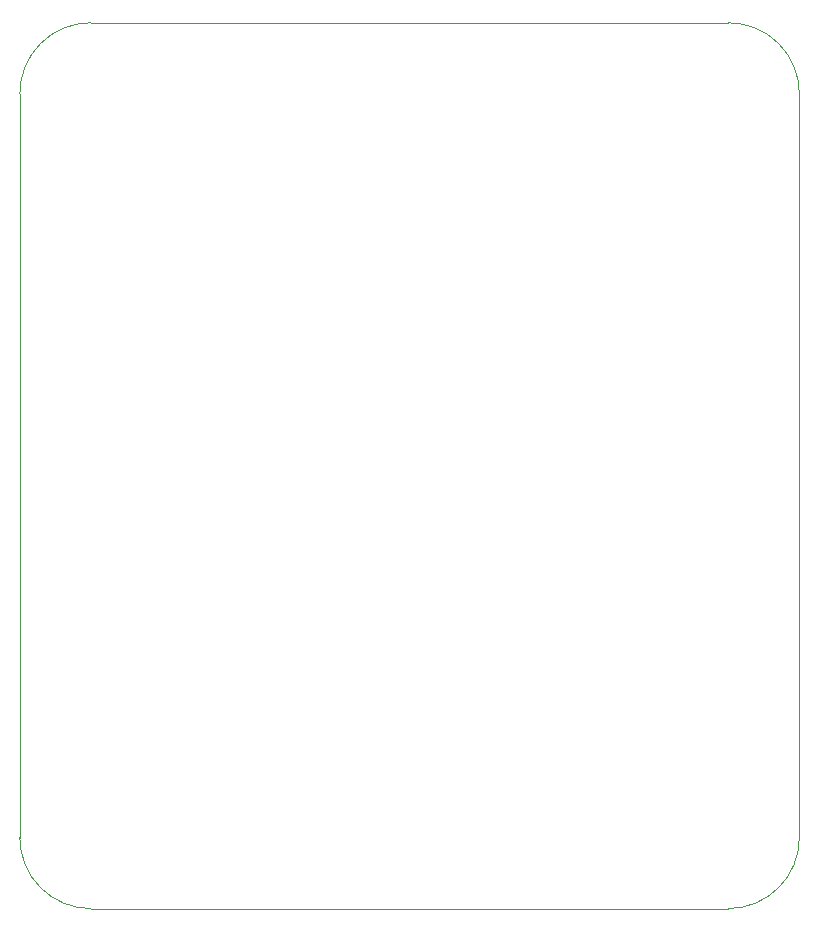
<source format=gm1>
G04 #@! TF.GenerationSoftware,KiCad,Pcbnew,(6.0.2)*
G04 #@! TF.CreationDate,2022-07-28T14:34:32+02:00*
G04 #@! TF.ProjectId,progetto_motor_controller,70726f67-6574-4746-9f5f-6d6f746f725f,rev?*
G04 #@! TF.SameCoordinates,Original*
G04 #@! TF.FileFunction,Profile,NP*
%FSLAX46Y46*%
G04 Gerber Fmt 4.6, Leading zero omitted, Abs format (unit mm)*
G04 Created by KiCad (PCBNEW (6.0.2)) date 2022-07-28 14:34:32*
%MOMM*%
%LPD*%
G01*
G04 APERTURE LIST*
G04 #@! TA.AperFunction,Profile*
%ADD10C,0.050000*%
G04 #@! TD*
G04 APERTURE END LIST*
D10*
X83000000Y-146000000D02*
G75*
G03*
X89000000Y-152000000I5999999J-1D01*
G01*
X89000000Y-77000000D02*
X143000000Y-77000000D01*
X143000000Y-152000000D02*
G75*
G03*
X149000000Y-146000000I1J5999999D01*
G01*
X149000000Y-146000000D02*
X149000000Y-83000000D01*
X89000000Y-77000000D02*
G75*
G03*
X83000000Y-83000000I-1J-5999999D01*
G01*
X83000000Y-146000000D02*
X83000000Y-83000000D01*
X149000000Y-83000000D02*
G75*
G03*
X143000000Y-77000000I-5999999J1D01*
G01*
X89000000Y-152000000D02*
X143000000Y-152000000D01*
M02*

</source>
